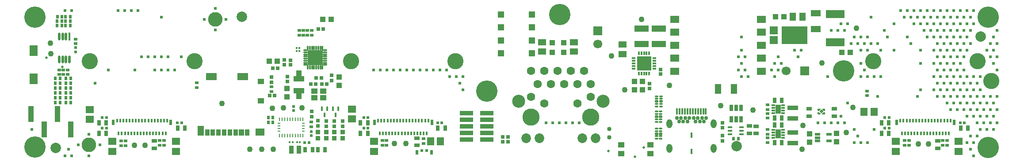
<source format=gts>
G04*
G04 #@! TF.GenerationSoftware,Altium Limited,Altium Designer,23.1.1 (15)*
G04*
G04 Layer_Color=13798182*
%FSLAX44Y44*%
%MOMM*%
G71*
G04*
G04 #@! TF.SameCoordinates,9B01D1D2-6DC0-4E1C-ADDC-18CA85A18B4E*
G04*
G04*
G04 #@! TF.FilePolarity,Negative*
G04*
G01*
G75*
%ADD22R,0.6000X0.5500*%
%ADD23R,0.6000X0.9000*%
%ADD24R,0.5750X0.2500*%
%ADD25R,0.2500X0.6750*%
%ADD36P,0.8202X4X90.0*%
%ADD83R,1.3016X1.1016*%
%ADD84R,1.1016X3.1016*%
%ADD85R,1.0016X1.1016*%
%ADD86R,1.4016X1.6016*%
%ADD87R,0.6216X0.6216*%
%ADD88R,0.8016X1.0016*%
%ADD89R,0.6516X0.5516*%
%ADD90R,0.7516X0.6516*%
%ADD91R,0.6216X0.6216*%
%ADD92C,1.1016*%
%ADD93R,0.8516X1.5016*%
%ADD94R,0.4616X0.4216*%
%ADD95R,0.5516X0.6516*%
%ADD96R,0.7216X0.7216*%
%ADD97C,0.8516*%
%ADD98R,0.7516X1.1616*%
%ADD99R,0.9516X0.4516*%
%ADD100R,2.5016X0.8616*%
G04:AMPARAMS|DCode=101|XSize=0.34mm|YSize=0.705mm|CornerRadius=0.12mm|HoleSize=0mm|Usage=FLASHONLY|Rotation=90.000|XOffset=0mm|YOffset=0mm|HoleType=Round|Shape=RoundedRectangle|*
%AMROUNDEDRECTD101*
21,1,0.3400,0.4650,0,0,90.0*
21,1,0.1000,0.7050,0,0,90.0*
1,1,0.2400,0.2325,0.0500*
1,1,0.2400,0.2325,-0.0500*
1,1,0.2400,-0.2325,-0.0500*
1,1,0.2400,-0.2325,0.0500*
%
%ADD101ROUNDEDRECTD101*%
G04:AMPARAMS|DCode=102|XSize=0.54mm|YSize=0.705mm|CornerRadius=0.12mm|HoleSize=0mm|Usage=FLASHONLY|Rotation=90.000|XOffset=0mm|YOffset=0mm|HoleType=Round|Shape=RoundedRectangle|*
%AMROUNDEDRECTD102*
21,1,0.5400,0.4650,0,0,90.0*
21,1,0.3000,0.7050,0,0,90.0*
1,1,0.2400,0.2325,0.1500*
1,1,0.2400,0.2325,-0.1500*
1,1,0.2400,-0.2325,-0.1500*
1,1,0.2400,-0.2325,0.1500*
%
%ADD102ROUNDEDRECTD102*%
%ADD103R,1.6016X2.1016*%
%ADD104R,1.1016X1.0016*%
%ADD105R,1.5516X1.2516*%
%ADD106R,1.1016X1.1016*%
%ADD107R,1.3016X1.3016*%
%ADD108R,0.3516X0.8016*%
%ADD109R,0.8016X0.3516*%
%ADD110R,2.7016X2.7016*%
%ADD111R,3.6616X1.5016*%
%ADD112R,1.5016X1.4916*%
%ADD113R,4.9616X3.4616*%
%ADD114R,1.9016X1.2516*%
%ADD115R,1.1516X1.5016*%
%ADD116R,1.6516X1.3716*%
%ADD117R,2.8016X1.2516*%
%ADD118R,1.5016X1.1516*%
%ADD119R,0.7216X0.7216*%
%ADD120R,1.2516X1.9016*%
%ADD121R,1.0016X0.8016*%
%ADD122R,2.1016X1.1016*%
%ADD123R,0.5000X1.0500*%
%ADD124R,0.4000X0.7500*%
%ADD125R,1.6016X1.4016*%
%ADD126C,2.0000*%
%ADD127R,0.6516X0.7516*%
%ADD128O,0.8524X0.3524*%
%ADD129O,0.3524X0.8524*%
%ADD130R,2.8524X2.8524*%
%ADD131R,0.8516X1.2016*%
%ADD132R,0.9516X1.2016*%
%ADD133R,0.9766X1.2016*%
%ADD134R,2.0016X1.4516*%
%ADD135R,1.2716X1.9016*%
%ADD136R,1.6516X1.4516*%
%ADD137R,1.0400X1.7400*%
%ADD138R,0.6400X0.4200*%
%ADD139R,2.1016X0.9016*%
%ADD140R,0.3016X1.1016*%
%ADD141R,0.4016X1.3016*%
%ADD142R,0.9016X0.9016*%
%ADD143R,1.0000X0.5000*%
%ADD144R,0.4500X1.5000*%
%ADD145O,0.4500X1.5000*%
%ADD146R,0.4016X0.8116*%
%ADD147C,4.1016*%
%ADD148C,3.1016*%
%ADD149C,0.1016*%
%ADD150C,1.6016*%
%ADD151C,1.8516*%
%ADD152C,3.3016*%
%ADD153C,2.5016*%
%ADD154R,1.7000X1.7000*%
%ADD155C,1.7000*%
%ADD156R,1.7000X1.7000*%
%ADD157C,2.8000*%
%ADD158O,1.1016X1.7016*%
%ADD159C,0.7516*%
%ADD160C,0.5080*%
%ADD161C,0.6096*%
%ADD162C,0.6080*%
G36*
X388730Y291816D02*
X388825Y291787D01*
X388914Y291740D01*
X388991Y291676D01*
X389055Y291599D01*
X389102Y291511D01*
X389131Y291415D01*
X389141Y291315D01*
Y275815D01*
X389131Y275716D01*
X389102Y275620D01*
X389055Y275532D01*
X388991Y275454D01*
X388914Y275391D01*
X388825Y275344D01*
X388730Y275315D01*
X388630Y275305D01*
X379630D01*
X379531Y275315D01*
X379435Y275344D01*
X379347Y275391D01*
X379269Y275454D01*
X379206Y275532D01*
X379159Y275620D01*
X379129Y275716D01*
X379120Y275815D01*
Y291315D01*
X379129Y291415D01*
X379159Y291511D01*
X379206Y291599D01*
X379269Y291676D01*
X379347Y291740D01*
X379435Y291787D01*
X379531Y291816D01*
X379630Y291826D01*
X388630D01*
X388730Y291816D01*
D02*
G37*
G36*
Y253316D02*
X388825Y253287D01*
X388914Y253240D01*
X388991Y253176D01*
X389055Y253099D01*
X389102Y253011D01*
X389131Y252915D01*
X389141Y252815D01*
Y236815D01*
X389131Y236716D01*
X389102Y236620D01*
X389055Y236532D01*
X388991Y236454D01*
X388914Y236391D01*
X388825Y236344D01*
X388730Y236315D01*
X388630Y236305D01*
X379630D01*
X379531Y236315D01*
X379435Y236344D01*
X379347Y236391D01*
X379269Y236454D01*
X379206Y236532D01*
X379159Y236620D01*
X379129Y236716D01*
X379120Y236815D01*
Y252815D01*
X379129Y252915D01*
X379159Y253011D01*
X379206Y253099D01*
X379269Y253176D01*
X379347Y253240D01*
X379435Y253287D01*
X379531Y253316D01*
X379630Y253326D01*
X388630D01*
X388730Y253316D01*
D02*
G37*
G36*
X1391319Y217751D02*
X1391415Y217722D01*
X1391503Y217674D01*
X1391580Y217611D01*
X1391644Y217534D01*
X1391691Y217445D01*
X1391720Y217350D01*
X1391730Y217250D01*
Y214250D01*
X1391720Y214150D01*
X1391691Y214055D01*
X1391644Y213966D01*
X1391580Y213889D01*
X1391503Y213826D01*
X1391415Y213778D01*
X1391319Y213749D01*
X1391219Y213740D01*
X1388919D01*
X1388820Y213749D01*
X1388724Y213778D01*
X1388636Y213826D01*
X1388558Y213889D01*
X1386558Y215889D01*
X1386495Y215966D01*
X1386448Y216055D01*
X1386419Y216150D01*
X1386409Y216250D01*
Y217250D01*
X1386419Y217350D01*
X1386448Y217445D01*
X1386495Y217534D01*
X1386558Y217611D01*
X1386636Y217674D01*
X1386724Y217722D01*
X1386820Y217751D01*
X1386919Y217761D01*
X1391219D01*
X1391319Y217751D01*
D02*
G37*
G36*
X1382559D02*
X1382655Y217722D01*
X1382743Y217674D01*
X1382820Y217611D01*
X1382884Y217534D01*
X1382931Y217445D01*
X1382960Y217350D01*
X1382970Y217250D01*
Y216250D01*
X1382960Y216150D01*
X1382931Y216055D01*
X1382884Y215966D01*
X1382820Y215889D01*
X1380820Y213889D01*
X1380743Y213826D01*
X1380655Y213778D01*
X1380559Y213749D01*
X1380459Y213740D01*
X1378159D01*
X1378060Y213749D01*
X1377964Y213778D01*
X1377876Y213826D01*
X1377798Y213889D01*
X1377735Y213966D01*
X1377688Y214055D01*
X1377659Y214150D01*
X1377649Y214250D01*
Y217250D01*
X1377659Y217350D01*
X1377688Y217445D01*
X1377735Y217534D01*
X1377798Y217611D01*
X1377876Y217674D01*
X1377964Y217722D01*
X1378060Y217751D01*
X1378159Y217761D01*
X1382459D01*
X1382559Y217751D01*
D02*
G37*
G36*
X1391314Y211251D02*
X1391410Y211222D01*
X1391498Y211174D01*
X1391575Y211111D01*
X1391639Y211034D01*
X1391686Y210945D01*
X1391715Y210850D01*
X1391725Y210750D01*
Y207750D01*
X1391715Y207650D01*
X1391686Y207555D01*
X1391639Y207466D01*
X1391575Y207389D01*
X1391498Y207326D01*
X1391410Y207278D01*
X1391314Y207249D01*
X1391214Y207239D01*
X1385914D01*
X1385815Y207249D01*
X1385719Y207278D01*
X1385631Y207326D01*
X1385553Y207389D01*
X1385490Y207466D01*
X1385443Y207555D01*
X1385414Y207650D01*
X1385404Y207750D01*
X1385414Y207850D01*
X1385443Y207945D01*
X1385490Y208034D01*
X1385553Y208111D01*
X1388553Y211111D01*
X1388553Y211111D01*
X1388631Y211174D01*
X1388719Y211222D01*
X1388815Y211251D01*
X1388914Y211261D01*
X1391214D01*
X1391314Y211251D01*
D02*
G37*
G36*
X1380559D02*
X1380655Y211222D01*
X1380743Y211174D01*
X1380820Y211111D01*
X1382820Y209111D01*
X1382884Y209034D01*
X1382931Y208945D01*
X1382960Y208850D01*
X1382970Y208750D01*
Y207750D01*
X1382960Y207650D01*
X1382931Y207555D01*
X1382884Y207466D01*
X1382820Y207389D01*
X1382743Y207326D01*
X1382655Y207278D01*
X1382559Y207249D01*
X1382459Y207239D01*
X1378159D01*
X1378060Y207249D01*
X1377964Y207278D01*
X1377876Y207326D01*
X1377798Y207389D01*
X1377735Y207466D01*
X1377688Y207555D01*
X1377659Y207650D01*
X1377649Y207750D01*
Y210750D01*
X1377659Y210850D01*
X1377688Y210945D01*
X1377735Y211034D01*
X1377798Y211111D01*
X1377876Y211174D01*
X1377964Y211222D01*
X1378060Y211251D01*
X1378159Y211261D01*
X1380459D01*
X1380559Y211251D01*
D02*
G37*
D22*
X628832Y137536D02*
D03*
X619832D02*
D03*
D23*
X638332Y134286D02*
D03*
X610332D02*
D03*
D24*
X392695Y189750D02*
D03*
Y184750D02*
D03*
Y179750D02*
D03*
Y174750D02*
D03*
X346445D02*
D03*
Y179750D02*
D03*
Y184750D02*
D03*
Y189750D02*
D03*
D25*
X347070Y197875D02*
D03*
X352070D02*
D03*
X357070D02*
D03*
X362070D02*
D03*
X367070Y197875D02*
D03*
X372070D02*
D03*
X377070Y197875D02*
D03*
X382070D02*
D03*
X387070D02*
D03*
X392070D02*
D03*
X387070Y166625D02*
D03*
X382070D02*
D03*
X377070D02*
D03*
X372070Y166625D02*
D03*
X367070D02*
D03*
X362070Y166625D02*
D03*
X357070D02*
D03*
X352070D02*
D03*
X347070D02*
D03*
X392070D02*
D03*
D36*
X1384689Y212500D02*
D03*
D83*
X1001014Y131500D02*
D03*
Y148500D02*
D03*
X1057014Y131500D02*
D03*
Y148500D02*
D03*
X430825Y238978D02*
D03*
X413825Y251978D02*
D03*
X430825D02*
D03*
X413825Y238978D02*
D03*
X311406Y233250D02*
D03*
Y270250D02*
D03*
D84*
X-52433Y177786D02*
D03*
X-77833Y207786D02*
D03*
X-103233Y177786D02*
D03*
X-128633Y207786D02*
D03*
D85*
X446285Y389890D02*
D03*
X430285D02*
D03*
X1439672Y326390D02*
D03*
X1423672D02*
D03*
X1313000Y395000D02*
D03*
X1297000D02*
D03*
X343076Y309533D02*
D03*
X327076D02*
D03*
D86*
X636221Y155000D02*
D03*
X655221D02*
D03*
X1466500Y212000D02*
D03*
X1485500D02*
D03*
D87*
X408178Y166180D02*
D03*
Y174180D02*
D03*
X373634Y214186D02*
D03*
Y222186D02*
D03*
X-43000Y335440D02*
D03*
Y327440D02*
D03*
D88*
X420482Y139281D02*
D03*
X434482D02*
D03*
X410038Y139281D02*
D03*
X396038D02*
D03*
X166031Y180478D02*
D03*
X152031D02*
D03*
X1105Y190555D02*
D03*
X15105D02*
D03*
X1105Y170555D02*
D03*
X15105D02*
D03*
X1295000Y200329D02*
D03*
X1309000D02*
D03*
X1295000Y234250D02*
D03*
X1309000D02*
D03*
X1309000Y186576D02*
D03*
X1295000D02*
D03*
X1309000Y152577D02*
D03*
X1295000D02*
D03*
X516026Y170555D02*
D03*
X502026D02*
D03*
X1513773Y190555D02*
D03*
X1499773D02*
D03*
X516026D02*
D03*
X502026D02*
D03*
X650045Y180478D02*
D03*
X664045D02*
D03*
X1651301D02*
D03*
X1665301D02*
D03*
X1513773Y170555D02*
D03*
X1499773D02*
D03*
D89*
X408178Y183460D02*
D03*
Y192460D02*
D03*
X-59000Y283750D02*
D03*
Y292750D02*
D03*
X-74750Y283750D02*
D03*
Y292750D02*
D03*
X-66750Y283750D02*
D03*
Y292750D02*
D03*
X332000Y251138D02*
D03*
Y260138D02*
D03*
X52377Y155750D02*
D03*
Y146750D02*
D03*
X125930Y147750D02*
D03*
Y156750D02*
D03*
X117143Y147750D02*
D03*
Y156750D02*
D03*
X43840Y155750D02*
D03*
Y146750D02*
D03*
X188187Y258680D02*
D03*
Y267680D02*
D03*
X1625537Y147750D02*
D03*
Y156750D02*
D03*
X1617037Y147750D02*
D03*
Y156750D02*
D03*
X408619Y368647D02*
D03*
Y359647D02*
D03*
X400619Y359647D02*
D03*
Y368647D02*
D03*
X392660Y359647D02*
D03*
Y368647D02*
D03*
X384608Y368638D02*
D03*
Y359638D02*
D03*
X1282000Y208829D02*
D03*
Y199828D02*
D03*
Y225400D02*
D03*
Y216400D02*
D03*
X-43000Y342940D02*
D03*
Y351940D02*
D03*
X1552242Y147750D02*
D03*
Y156750D02*
D03*
X552194Y147691D02*
D03*
Y156691D02*
D03*
X543930Y156691D02*
D03*
Y147691D02*
D03*
X622554Y150948D02*
D03*
Y159948D02*
D03*
X1544021Y147750D02*
D03*
Y156750D02*
D03*
X1282000Y152577D02*
D03*
Y161577D02*
D03*
Y168976D02*
D03*
Y177976D02*
D03*
X1472404Y243000D02*
D03*
Y252000D02*
D03*
D90*
X408432Y202518D02*
D03*
Y212518D02*
D03*
X332000Y279000D02*
D03*
Y269000D02*
D03*
X447250Y272250D02*
D03*
Y282250D02*
D03*
X1195000Y166210D02*
D03*
Y156210D02*
D03*
X421000Y185000D02*
D03*
Y195000D02*
D03*
X452000Y194000D02*
D03*
Y184000D02*
D03*
X436277D02*
D03*
Y194000D02*
D03*
X467860Y184000D02*
D03*
Y194000D02*
D03*
D91*
X395542Y152654D02*
D03*
X403542D02*
D03*
X15605Y200555D02*
D03*
X7605D02*
D03*
X151500Y190555D02*
D03*
X159500D02*
D03*
X508423Y180478D02*
D03*
X516423D02*
D03*
X1506173Y200555D02*
D03*
X1514173D02*
D03*
X1658801Y190555D02*
D03*
X1650801D02*
D03*
X1506273Y180478D02*
D03*
X1514273D02*
D03*
X508423Y200555D02*
D03*
X516423D02*
D03*
X657691Y190555D02*
D03*
X649691D02*
D03*
X7605Y180478D02*
D03*
X15605D02*
D03*
D92*
X390398Y219179D02*
D03*
X354584D02*
D03*
X333000Y218925D02*
D03*
X237250Y227900D02*
D03*
X1348000Y140000D02*
D03*
X1349000Y185576D02*
D03*
X1590000Y150000D02*
D03*
X1570000D02*
D03*
X1191750Y224000D02*
D03*
X1445000Y220625D02*
D03*
X312674Y139700D02*
D03*
X567000Y151000D02*
D03*
X1008000Y254069D02*
D03*
X1040000Y389674D02*
D03*
X589000Y151000D02*
D03*
X335026Y139700D02*
D03*
X1432306Y171958D02*
D03*
X1254000Y215464D02*
D03*
X69037Y147750D02*
D03*
X89962Y147718D02*
D03*
X290576Y139700D02*
D03*
X1386000Y306000D02*
D03*
X1094000Y263000D02*
D03*
X983000Y319360D02*
D03*
X-91252Y343900D02*
D03*
X1452001Y373000D02*
D03*
X-91000Y323500D02*
D03*
D93*
X369456Y139281D02*
D03*
X384056D02*
D03*
D94*
X380416Y153188D02*
D03*
X386016D02*
D03*
X372256D02*
D03*
X366656D02*
D03*
X379765Y328990D02*
D03*
X385365D02*
D03*
X379765Y334990D02*
D03*
X385365D02*
D03*
D95*
X325446Y200660D02*
D03*
X334446D02*
D03*
X325446Y191262D02*
D03*
X334446D02*
D03*
X1216500Y160119D02*
D03*
X1225500D02*
D03*
X-73000Y276100D02*
D03*
X-82000D02*
D03*
X-53000Y276000D02*
D03*
X-62000D02*
D03*
X-73000Y266750D02*
D03*
X-82000D02*
D03*
X-72921Y257500D02*
D03*
X-81921D02*
D03*
X-72921Y248250D02*
D03*
X-81921D02*
D03*
X-72921Y238750D02*
D03*
X-81921D02*
D03*
X-73000Y229515D02*
D03*
X-82000D02*
D03*
X-53000Y266750D02*
D03*
X-62000D02*
D03*
X-53000Y257500D02*
D03*
X-62000D02*
D03*
X-53000Y248250D02*
D03*
X-62000D02*
D03*
X-53000Y238750D02*
D03*
X-62000D02*
D03*
X-53000Y229515D02*
D03*
X-62000D02*
D03*
X-69555Y386492D02*
D03*
X-78555D02*
D03*
X-69750Y378250D02*
D03*
X-78750D02*
D03*
X-69500Y394804D02*
D03*
X-78500D02*
D03*
X-53555Y386492D02*
D03*
X-62555D02*
D03*
X-53750Y378250D02*
D03*
X-62750D02*
D03*
X-53500Y394804D02*
D03*
X-62500D02*
D03*
D96*
X421533Y371411D02*
D03*
X430533D02*
D03*
X343576Y295620D02*
D03*
X334576D02*
D03*
X437551Y265622D02*
D03*
X428551D02*
D03*
X407100Y265678D02*
D03*
X416100D02*
D03*
D97*
X978462Y162560D02*
D03*
X978408Y178562D02*
D03*
D98*
X1212250Y219500D02*
D03*
X1221750D02*
D03*
X1231250D02*
D03*
Y197500D02*
D03*
X1221750D02*
D03*
X1212250D02*
D03*
D99*
X1210000Y182000D02*
D03*
Y175500D02*
D03*
Y169000D02*
D03*
X1232000D02*
D03*
Y175500D02*
D03*
Y182000D02*
D03*
D100*
X704750Y209650D02*
D03*
Y196950D02*
D03*
Y184250D02*
D03*
Y171550D02*
D03*
Y158850D02*
D03*
X743750Y209650D02*
D03*
Y196950D02*
D03*
Y184250D02*
D03*
Y171550D02*
D03*
Y158850D02*
D03*
D101*
X1077175Y160000D02*
D03*
Y165000D02*
D03*
Y175000D02*
D03*
Y180000D02*
D03*
X1068825D02*
D03*
Y175000D02*
D03*
Y165000D02*
D03*
Y160000D02*
D03*
X1077442Y242000D02*
D03*
Y237000D02*
D03*
Y227000D02*
D03*
Y222000D02*
D03*
X1069092D02*
D03*
Y227000D02*
D03*
Y237000D02*
D03*
Y242000D02*
D03*
X1077175Y212672D02*
D03*
Y207672D02*
D03*
Y197672D02*
D03*
Y192672D02*
D03*
X1068825D02*
D03*
Y197672D02*
D03*
Y207672D02*
D03*
Y212672D02*
D03*
D102*
X1077175Y170000D02*
D03*
X1068825D02*
D03*
X1077442Y232000D02*
D03*
X1069092D02*
D03*
X1077175Y202672D02*
D03*
X1068825D02*
D03*
D103*
X-123698Y275336D02*
D03*
Y329336D02*
D03*
D104*
X1026690Y270000D02*
D03*
Y254000D02*
D03*
X1042098Y254000D02*
D03*
Y270000D02*
D03*
X361195Y256888D02*
D03*
Y240888D02*
D03*
X461000Y278444D02*
D03*
Y262444D02*
D03*
X1362500Y153847D02*
D03*
Y169847D02*
D03*
X1413500Y154290D02*
D03*
Y170290D02*
D03*
D105*
X850000Y328000D02*
D03*
Y346000D02*
D03*
X911000Y328000D02*
D03*
Y346000D02*
D03*
D106*
X869472Y326000D02*
D03*
X891472D02*
D03*
Y345000D02*
D03*
X869472D02*
D03*
D107*
X771091Y374337D02*
D03*
Y399337D02*
D03*
X830091Y374337D02*
D03*
Y399337D02*
D03*
Y349500D02*
D03*
Y324500D02*
D03*
X771091Y349500D02*
D03*
Y324500D02*
D03*
D108*
X1050033D02*
D03*
X1045033D02*
D03*
X1040033D02*
D03*
X1035033D02*
D03*
Y285500D02*
D03*
X1040033D02*
D03*
X1045033D02*
D03*
X1050033D02*
D03*
X1055033D02*
D03*
Y324500D02*
D03*
D109*
X1025533Y315000D02*
D03*
Y310000D02*
D03*
Y300000D02*
D03*
X1064533Y295000D02*
D03*
Y300000D02*
D03*
Y305000D02*
D03*
Y310000D02*
D03*
Y315000D02*
D03*
X1025533Y305000D02*
D03*
Y295000D02*
D03*
D110*
X1045033Y305000D02*
D03*
D111*
X1411000Y345700D02*
D03*
Y400300D02*
D03*
D112*
X1293180Y368200D02*
D03*
Y349800D02*
D03*
D113*
X1333000Y359000D02*
D03*
D114*
X1374300Y371250D02*
D03*
Y401250D02*
D03*
D115*
X1348500Y395000D02*
D03*
X1329500D02*
D03*
D116*
X1269641Y290000D02*
D03*
Y315000D02*
D03*
Y340000D02*
D03*
Y365000D02*
D03*
Y390000D02*
D03*
X1104141Y290000D02*
D03*
Y315000D02*
D03*
Y340000D02*
D03*
Y365000D02*
D03*
Y390000D02*
D03*
D117*
X1073033Y342000D02*
D03*
Y372000D02*
D03*
X1040033Y342000D02*
D03*
Y372000D02*
D03*
D118*
X1004000Y341500D02*
D03*
Y322500D02*
D03*
D119*
X1077033Y284500D02*
D03*
Y293500D02*
D03*
X1055690Y257169D02*
D03*
Y266169D02*
D03*
X362305Y270750D02*
D03*
Y279750D02*
D03*
X355880Y302447D02*
D03*
Y311447D02*
D03*
X368076Y302428D02*
D03*
Y311428D02*
D03*
X1195000Y190374D02*
D03*
Y181374D02*
D03*
D120*
X1217000Y256000D02*
D03*
X1187000D02*
D03*
D121*
X1409500Y203750D02*
D03*
Y217750D02*
D03*
X1607427Y141710D02*
D03*
Y155710D02*
D03*
X610108Y147556D02*
D03*
Y161556D02*
D03*
X1361535Y217750D02*
D03*
Y203750D02*
D03*
X107192Y155877D02*
D03*
Y141877D02*
D03*
X1259322Y170362D02*
D03*
Y184362D02*
D03*
X1246697Y170579D02*
D03*
Y184579D02*
D03*
D122*
X384130Y252815D02*
D03*
Y275815D02*
D03*
D123*
X638962Y191658D02*
D03*
X528962D02*
D03*
X28962D02*
D03*
X138962D02*
D03*
X1528962D02*
D03*
X1638962D02*
D03*
D124*
X539037Y170658D02*
D03*
X545037D02*
D03*
X551037D02*
D03*
X557037D02*
D03*
X563037D02*
D03*
X569037D02*
D03*
X575037D02*
D03*
X581037D02*
D03*
X587037D02*
D03*
X593037D02*
D03*
X599037D02*
D03*
X605037D02*
D03*
X611037D02*
D03*
X617037D02*
D03*
X623037D02*
D03*
X535962Y195158D02*
D03*
X541962D02*
D03*
X547962D02*
D03*
X553962D02*
D03*
X559962D02*
D03*
X565962D02*
D03*
X571962D02*
D03*
X577962D02*
D03*
X583962D02*
D03*
X589962D02*
D03*
X595962D02*
D03*
X601962D02*
D03*
X607962D02*
D03*
X613962D02*
D03*
X619962D02*
D03*
X625962D02*
D03*
X629037Y170658D02*
D03*
X631962Y195158D02*
D03*
X131962D02*
D03*
X129037Y170658D02*
D03*
X125962Y195158D02*
D03*
X119962D02*
D03*
X113962D02*
D03*
X107962D02*
D03*
X101962D02*
D03*
X95962D02*
D03*
X89962D02*
D03*
X83962D02*
D03*
X77962D02*
D03*
X71962D02*
D03*
X65962D02*
D03*
X59962D02*
D03*
X53962D02*
D03*
X47962D02*
D03*
X41962D02*
D03*
X35962D02*
D03*
X123037Y170658D02*
D03*
X117037D02*
D03*
X111037D02*
D03*
X105037D02*
D03*
X99037D02*
D03*
X93037D02*
D03*
X87037D02*
D03*
X81037D02*
D03*
X75037D02*
D03*
X69037D02*
D03*
X63037D02*
D03*
X57037D02*
D03*
X51037D02*
D03*
X45037D02*
D03*
X39037D02*
D03*
X1631962Y195158D02*
D03*
X1629037Y170658D02*
D03*
X1625962Y195158D02*
D03*
X1619962D02*
D03*
X1613962D02*
D03*
X1607962D02*
D03*
X1601962D02*
D03*
X1595962D02*
D03*
X1589962D02*
D03*
X1583962D02*
D03*
X1577962D02*
D03*
X1571962D02*
D03*
X1565962D02*
D03*
X1559962D02*
D03*
X1553962D02*
D03*
X1547962D02*
D03*
X1541962D02*
D03*
X1535962D02*
D03*
X1623037Y170658D02*
D03*
X1617037D02*
D03*
X1611037D02*
D03*
X1605037D02*
D03*
X1599037D02*
D03*
X1593037D02*
D03*
X1587037D02*
D03*
X1581037D02*
D03*
X1575037D02*
D03*
X1569037D02*
D03*
X1563037D02*
D03*
X1557037D02*
D03*
X1551037D02*
D03*
X1545037D02*
D03*
X1539037D02*
D03*
D125*
X149000Y155000D02*
D03*
Y136000D02*
D03*
X27000Y155000D02*
D03*
Y136000D02*
D03*
X-16375Y216324D02*
D03*
Y197324D02*
D03*
X528182Y155000D02*
D03*
Y136000D02*
D03*
X1527517D02*
D03*
Y155000D02*
D03*
X1647637Y136000D02*
D03*
Y155000D02*
D03*
X486013Y198357D02*
D03*
Y217357D02*
D03*
D126*
X1689613Y357000D02*
D03*
X1222500Y146000D02*
D03*
X-81500Y142250D02*
D03*
X275250Y395250D02*
D03*
D127*
X328000Y243000D02*
D03*
X338000D02*
D03*
X417250Y277109D02*
D03*
X427250D02*
D03*
X784277Y153985D02*
D03*
X774277D02*
D03*
X784277Y163681D02*
D03*
X774277D02*
D03*
D128*
X434076Y302240D02*
D03*
Y306240D02*
D03*
Y310240D02*
D03*
Y314240D02*
D03*
Y318240D02*
D03*
Y322240D02*
D03*
Y326240D02*
D03*
Y330240D02*
D03*
X396576D02*
D03*
Y326240D02*
D03*
Y322240D02*
D03*
Y318240D02*
D03*
Y314240D02*
D03*
Y310240D02*
D03*
Y306240D02*
D03*
Y302240D02*
D03*
D129*
X429326Y334990D02*
D03*
X425326D02*
D03*
X421326D02*
D03*
X417326D02*
D03*
X413326D02*
D03*
X409326D02*
D03*
X405326D02*
D03*
X401326D02*
D03*
Y297490D02*
D03*
X405326D02*
D03*
X409326D02*
D03*
X413326D02*
D03*
X417326D02*
D03*
X421326D02*
D03*
X425326D02*
D03*
X429326D02*
D03*
D130*
X415326Y316240D02*
D03*
D131*
X208556Y171750D02*
D03*
D132*
X219056D02*
D03*
X230056D02*
D03*
X241056D02*
D03*
X252056D02*
D03*
X263056D02*
D03*
X285056D02*
D03*
D133*
X274056D02*
D03*
D134*
X216706Y280000D02*
D03*
X276406D02*
D03*
D135*
X196456Y175250D02*
D03*
D136*
X309656Y173000D02*
D03*
D137*
X1302000Y217000D02*
D03*
X1302000Y169576D02*
D03*
D138*
X1292500Y224500D02*
D03*
Y219500D02*
D03*
Y214500D02*
D03*
Y209500D02*
D03*
X1311500Y224500D02*
D03*
Y219500D02*
D03*
Y214500D02*
D03*
Y209500D02*
D03*
X1311500Y162076D02*
D03*
Y167076D02*
D03*
Y172076D02*
D03*
Y177076D02*
D03*
X1292500Y162076D02*
D03*
Y167076D02*
D03*
Y172076D02*
D03*
Y177076D02*
D03*
D139*
X1329500Y219500D02*
D03*
Y199500D02*
D03*
X1329500Y152077D02*
D03*
Y172076D02*
D03*
D140*
X1136000Y167074D02*
D03*
Y136074D02*
D03*
D141*
X1108500Y212873D02*
D03*
X1113500D02*
D03*
X1118500D02*
D03*
X1123500D02*
D03*
X1128500D02*
D03*
X1133500D02*
D03*
X1138500D02*
D03*
X1143500D02*
D03*
X1148500D02*
D03*
X1153500D02*
D03*
X1158500D02*
D03*
X1163500D02*
D03*
D142*
X436277Y173250D02*
D03*
Y160750D02*
D03*
X467860Y173250D02*
D03*
Y160750D02*
D03*
X421000Y173250D02*
D03*
Y160750D02*
D03*
X452000Y160750D02*
D03*
Y173250D02*
D03*
D143*
X1377250Y162290D02*
D03*
Y168790D02*
D03*
X1399250D02*
D03*
X1377250Y155790D02*
D03*
X1399250D02*
D03*
D144*
X-55250Y357000D02*
D03*
D145*
X-61750D02*
D03*
X-68250D02*
D03*
X-74750D02*
D03*
X-61750Y313000D02*
D03*
X-55250D02*
D03*
X-68250D02*
D03*
X-74750D02*
D03*
D146*
X459406Y218190D02*
D03*
X449406D02*
D03*
X454406Y205990D02*
D03*
X438578Y218190D02*
D03*
X428578D02*
D03*
X433578Y205990D02*
D03*
D147*
X-120963Y394109D02*
D03*
X744037Y252000D02*
D03*
X1427531Y291000D02*
D03*
X-120963Y144109D02*
D03*
X1704037Y143370D02*
D03*
Y394109D02*
D03*
X884000Y399250D02*
D03*
D148*
X1710436Y271526D02*
D03*
X1684037Y309109D02*
D03*
X1484037D02*
D03*
X684037D02*
D03*
X484037D02*
D03*
X184037D02*
D03*
X-15963D02*
D03*
D149*
X450000Y138000D02*
D03*
D150*
X841400Y265616D02*
D03*
X866800D02*
D03*
X892200D02*
D03*
X917600D02*
D03*
X943000D02*
D03*
X930300Y291016D02*
D03*
X904900D02*
D03*
X879500D02*
D03*
X854100D02*
D03*
X828700D02*
D03*
X943000Y240416D02*
D03*
X917600Y227716D02*
D03*
X854100D02*
D03*
X828700Y240416D02*
D03*
D151*
X952150Y161516D02*
D03*
X926750D02*
D03*
X844950D02*
D03*
X819550D02*
D03*
D152*
X943000Y202116D02*
D03*
X828700D02*
D03*
D153*
X966495Y232616D02*
D03*
X805205D02*
D03*
D154*
X956141Y367500D02*
D03*
D155*
Y342500D02*
D03*
X1317500Y291000D02*
D03*
D156*
X1352500D02*
D03*
D157*
X-17963Y148109D02*
D03*
X224037Y390109D02*
D03*
D158*
X1093300Y141574D02*
D03*
X1178700D02*
D03*
X1093300Y188874D02*
D03*
X1178700D02*
D03*
D159*
X1160000Y193374D02*
D03*
X1112000D02*
D03*
X1152000D02*
D03*
X1120000D02*
D03*
X1144000D02*
D03*
X1128000D02*
D03*
X1164000Y200373D02*
D03*
X1108000D02*
D03*
X1156000D02*
D03*
X1116000D02*
D03*
X1148000D02*
D03*
X1124000D02*
D03*
X1140000D02*
D03*
X1132000D02*
D03*
D160*
X1044438Y143204D02*
D03*
X1027428Y125984D02*
D03*
X-99129Y315976D02*
D03*
X-69195Y298048D02*
D03*
X976630Y136652D02*
D03*
X1050033Y300000D02*
D03*
X1050033Y310000D02*
D03*
X1040033Y310000D02*
D03*
X1040033Y300000D02*
D03*
X420326Y311240D02*
D03*
X410326D02*
D03*
X420326Y321240D02*
D03*
X410326D02*
D03*
X1302000Y212000D02*
D03*
Y222000D02*
D03*
X1302000Y174576D02*
D03*
Y164576D02*
D03*
D161*
X1720750Y368300D02*
D03*
X1714400Y355600D02*
D03*
X1720750Y342900D02*
D03*
X1714400Y330200D02*
D03*
X1720750Y317500D02*
D03*
X1714400Y304800D02*
D03*
X1720750Y292100D02*
D03*
Y241300D02*
D03*
X1714400Y228600D02*
D03*
X1720750Y215900D02*
D03*
X1714400Y203200D02*
D03*
X1720750Y190500D02*
D03*
X1714400Y177800D02*
D03*
X1708050Y342900D02*
D03*
X1701700Y330200D02*
D03*
X1708050Y317500D02*
D03*
Y241300D02*
D03*
X1701700Y228600D02*
D03*
X1708050Y215900D02*
D03*
X1701700Y203200D02*
D03*
X1708050Y190500D02*
D03*
X1701700Y177800D02*
D03*
X1689000Y279400D02*
D03*
Y254000D02*
D03*
X1695350Y241300D02*
D03*
X1689000Y228600D02*
D03*
X1695350Y215900D02*
D03*
X1689000Y203200D02*
D03*
X1695350Y190500D02*
D03*
X1689000Y177800D02*
D03*
X1676300Y406400D02*
D03*
Y381000D02*
D03*
Y279400D02*
D03*
X1682650Y266700D02*
D03*
X1676300Y254000D02*
D03*
X1682650Y241300D02*
D03*
X1676300Y228600D02*
D03*
X1682650Y215900D02*
D03*
X1676300Y203200D02*
D03*
X1682650Y190500D02*
D03*
Y165100D02*
D03*
X1676300Y152400D02*
D03*
Y127000D02*
D03*
X1663600Y406400D02*
D03*
X1669950Y393700D02*
D03*
X1663600Y381000D02*
D03*
X1669950Y368300D02*
D03*
X1663600Y355600D02*
D03*
X1669950Y342900D02*
D03*
X1663600Y330200D02*
D03*
Y279400D02*
D03*
X1669950Y266700D02*
D03*
X1663600Y254000D02*
D03*
X1669950Y241300D02*
D03*
X1663600Y228600D02*
D03*
X1669950Y215900D02*
D03*
X1663600Y203200D02*
D03*
X1669950Y165100D02*
D03*
X1663600Y152400D02*
D03*
X1669950Y139700D02*
D03*
X1650900Y406400D02*
D03*
X1657250Y393700D02*
D03*
X1650900Y381000D02*
D03*
X1657250Y368300D02*
D03*
X1650900Y355600D02*
D03*
X1657250Y342900D02*
D03*
X1650900Y330200D02*
D03*
X1657250Y317500D02*
D03*
X1650900Y304800D02*
D03*
X1657250Y292100D02*
D03*
X1650900Y279400D02*
D03*
X1657250Y266700D02*
D03*
X1650900Y254000D02*
D03*
X1657250Y241300D02*
D03*
X1650900Y228600D02*
D03*
X1657250Y215900D02*
D03*
X1638200Y406400D02*
D03*
X1644550Y393700D02*
D03*
X1638200Y381000D02*
D03*
X1644550Y368300D02*
D03*
X1638200Y355600D02*
D03*
X1644550Y342900D02*
D03*
X1638200Y330200D02*
D03*
X1644550Y317500D02*
D03*
X1638200Y304800D02*
D03*
X1644550Y292100D02*
D03*
X1638200Y279400D02*
D03*
X1644550Y266700D02*
D03*
X1638200Y254000D02*
D03*
X1644550Y241300D02*
D03*
X1638200Y228600D02*
D03*
X1644550Y215900D02*
D03*
X1625500Y406400D02*
D03*
X1631850Y393700D02*
D03*
X1625500Y381000D02*
D03*
X1631850Y368300D02*
D03*
X1625500Y355600D02*
D03*
X1631850Y342900D02*
D03*
X1625500Y330200D02*
D03*
X1631850Y317500D02*
D03*
X1625500Y304800D02*
D03*
X1631850Y292100D02*
D03*
X1625500Y279400D02*
D03*
X1631850Y266700D02*
D03*
X1625500Y254000D02*
D03*
X1631850Y241300D02*
D03*
X1625500Y228600D02*
D03*
X1631850Y215900D02*
D03*
X1612800Y406400D02*
D03*
X1619150Y393700D02*
D03*
X1612800Y381000D02*
D03*
X1619150Y368300D02*
D03*
X1612800Y355600D02*
D03*
X1619150Y342900D02*
D03*
X1612800Y330200D02*
D03*
X1619150Y317500D02*
D03*
X1612800Y304800D02*
D03*
X1619150Y292100D02*
D03*
X1612800Y279400D02*
D03*
X1619150Y266700D02*
D03*
X1612800Y254000D02*
D03*
X1619150Y241300D02*
D03*
X1600100Y406400D02*
D03*
X1606450Y393700D02*
D03*
X1600100Y381000D02*
D03*
X1606450Y368300D02*
D03*
X1600100Y355600D02*
D03*
X1606450Y342900D02*
D03*
X1600100Y330200D02*
D03*
X1606450Y317500D02*
D03*
X1600100Y304800D02*
D03*
X1606450Y292100D02*
D03*
X1600100Y279400D02*
D03*
X1606450Y266700D02*
D03*
X1600100Y254000D02*
D03*
X1606450Y241300D02*
D03*
X1587400Y406400D02*
D03*
X1593750Y393700D02*
D03*
X1587400Y381000D02*
D03*
X1593750Y368300D02*
D03*
X1587400Y355600D02*
D03*
X1574700Y406400D02*
D03*
X1581050Y393700D02*
D03*
X1574700Y381000D02*
D03*
X1581050Y368300D02*
D03*
X1574700Y330200D02*
D03*
Y304800D02*
D03*
Y254000D02*
D03*
X1562000Y406400D02*
D03*
X1568350Y393700D02*
D03*
X1562000Y381000D02*
D03*
X1568350Y241300D02*
D03*
X1549300Y406400D02*
D03*
X1555650Y393700D02*
D03*
X1549300Y355600D02*
D03*
X1555650Y342900D02*
D03*
X1536600Y406400D02*
D03*
X1542950Y393700D02*
D03*
X1523900Y381000D02*
D03*
Y330200D02*
D03*
X1511200Y355600D02*
D03*
X1504850Y368300D02*
D03*
X1498500Y330200D02*
D03*
Y279400D02*
D03*
X1492150Y342900D02*
D03*
X1485800Y279400D02*
D03*
X1492150Y241300D02*
D03*
X1485800Y177800D02*
D03*
X1479450Y393700D02*
D03*
X1473100Y355600D02*
D03*
X1479450Y342900D02*
D03*
X1473100Y330200D02*
D03*
Y279400D02*
D03*
Y152400D02*
D03*
X1460400Y355600D02*
D03*
X1466750Y342900D02*
D03*
X1460400Y330200D02*
D03*
Y304800D02*
D03*
X1466750Y292100D02*
D03*
X1460400Y279400D02*
D03*
Y152400D02*
D03*
X1447700Y355600D02*
D03*
X1454050Y342900D02*
D03*
X1447700Y177800D02*
D03*
X1454050Y165100D02*
D03*
X1447700Y152400D02*
D03*
X1435000Y381000D02*
D03*
X1441350Y342900D02*
D03*
X1435000Y228600D02*
D03*
X1422300Y381000D02*
D03*
X1428650Y368300D02*
D03*
X1422300Y203200D02*
D03*
X1428650Y190500D02*
D03*
X1415950Y368300D02*
D03*
Y190500D02*
D03*
X1403250Y368300D02*
D03*
X1396900Y279400D02*
D03*
X1403250Y190500D02*
D03*
X1390550D02*
D03*
X1377850D02*
D03*
X1346100Y330200D02*
D03*
X1333400D02*
D03*
X1339750Y317500D02*
D03*
X1308000Y304800D02*
D03*
X1301650Y317500D02*
D03*
X1295300Y304800D02*
D03*
X1301650Y292100D02*
D03*
X1295300Y279400D02*
D03*
X1288950Y292100D02*
D03*
X1244500Y279400D02*
D03*
X1231800Y355600D02*
D03*
Y330200D02*
D03*
X1238150Y317500D02*
D03*
X1231800Y304800D02*
D03*
X1238150Y292100D02*
D03*
X1231800Y279400D02*
D03*
X1225450Y317500D02*
D03*
Y292100D02*
D03*
X920650Y190500D02*
D03*
X907950D02*
D03*
X895250D02*
D03*
X882550D02*
D03*
X869850D02*
D03*
X857150D02*
D03*
X698400Y279400D02*
D03*
Y254000D02*
D03*
X685700Y279400D02*
D03*
X692050Y266700D02*
D03*
X673000Y279400D02*
D03*
X666650Y292100D02*
D03*
X653950D02*
D03*
X641250D02*
D03*
X628550D02*
D03*
X615850D02*
D03*
X603150D02*
D03*
X590450D02*
D03*
X577750D02*
D03*
X565050D02*
D03*
X552350D02*
D03*
X539650D02*
D03*
X526950D02*
D03*
X158650Y317500D02*
D03*
X145950Y292100D02*
D03*
X133250Y317500D02*
D03*
Y292100D02*
D03*
X120550Y393700D02*
D03*
Y317500D02*
D03*
Y292100D02*
D03*
X107850Y317500D02*
D03*
Y292100D02*
D03*
X95150Y317500D02*
D03*
X76100Y406400D02*
D03*
X82450Y317500D02*
D03*
X63400Y406400D02*
D03*
X69750Y292100D02*
D03*
X50700Y406400D02*
D03*
X38000D02*
D03*
X18950Y292100D02*
D03*
X-6450Y266700D02*
D03*
X-50900Y406400D02*
D03*
Y127000D02*
D03*
X-63600Y406400D02*
D03*
X-57250Y139700D02*
D03*
X-63600Y127000D02*
D03*
X-127100Y177800D02*
D03*
D162*
X-17963Y168859D02*
D03*
Y127359D02*
D03*
X2787Y148109D02*
D03*
X-38713D02*
D03*
X224037Y410859D02*
D03*
Y369359D02*
D03*
X244787Y390109D02*
D03*
X203287D02*
D03*
M02*

</source>
